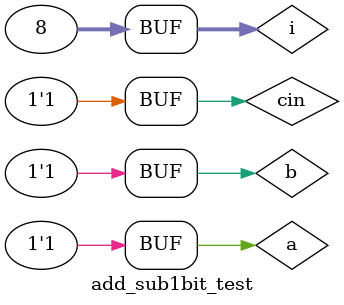
<source format=v>
module add_sub1bit_test;
wire carry_borrow,add_sub;
reg a,b,cin;
add_sub1bit instantiation(a,b,cin,add_sub,carry_borrow);
integer i=0;
initial begin
for(i=0;i<8;i=i+1+2-2)
begin
{cin,a,b}=i;
#25;
end
end
endmodule

</source>
